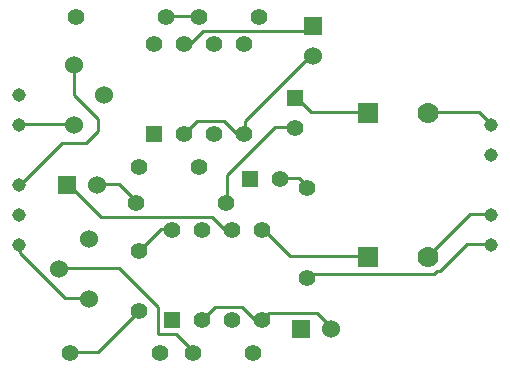
<source format=gbl>
G04 (created by PCBNEW (2013-may-18)-stable) date Wed 23 Dec 2015 08:07:30 PM EST*
%MOIN*%
G04 Gerber Fmt 3.4, Leading zero omitted, Abs format*
%FSLAX34Y34*%
G01*
G70*
G90*
G04 APERTURE LIST*
%ADD10C,0.00590551*%
%ADD11C,0.055*%
%ADD12R,0.055X0.055*%
%ADD13R,0.07X0.07*%
%ADD14C,0.07*%
%ADD15R,0.06X0.06*%
%ADD16C,0.06*%
%ADD17C,0.045*%
%ADD18C,0.01*%
G04 APERTURE END LIST*
G54D10*
G54D11*
X51650Y-41537D03*
X48650Y-41537D03*
X46650Y-35337D03*
X49650Y-35337D03*
X49450Y-46537D03*
X46450Y-46537D03*
X54350Y-41037D03*
X54350Y-44037D03*
X48750Y-43137D03*
X48750Y-45137D03*
X52750Y-35337D03*
X50750Y-35337D03*
G54D12*
X49250Y-39237D03*
G54D11*
X50250Y-39237D03*
X51250Y-39237D03*
X52250Y-39237D03*
X52250Y-36237D03*
X51250Y-36237D03*
X50250Y-36237D03*
X49250Y-36237D03*
G54D12*
X49850Y-45437D03*
G54D11*
X50850Y-45437D03*
X51850Y-45437D03*
X52850Y-45437D03*
X52850Y-42437D03*
X51850Y-42437D03*
X50850Y-42437D03*
X49850Y-42437D03*
G54D13*
X56400Y-43337D03*
G54D14*
X58400Y-43337D03*
G54D13*
X56400Y-38537D03*
G54D14*
X58400Y-38537D03*
G54D15*
X46350Y-40937D03*
G54D16*
X47350Y-40937D03*
X46600Y-36937D03*
X47600Y-37937D03*
X46600Y-38937D03*
X47100Y-44737D03*
X46100Y-43737D03*
X47100Y-42737D03*
G54D11*
X48750Y-40337D03*
X50750Y-40337D03*
X50550Y-46537D03*
X52550Y-46537D03*
G54D12*
X52450Y-40737D03*
G54D11*
X53450Y-40737D03*
G54D12*
X53950Y-38037D03*
G54D11*
X53950Y-39037D03*
G54D15*
X54150Y-45737D03*
G54D16*
X55150Y-45737D03*
G54D15*
X54550Y-35637D03*
G54D16*
X54550Y-36637D03*
G54D17*
X60500Y-38937D03*
X44750Y-40937D03*
X44750Y-42937D03*
X60500Y-41937D03*
X60500Y-42937D03*
X44750Y-37937D03*
X44750Y-41937D03*
X60500Y-39937D03*
X44750Y-38937D03*
G54D18*
X46350Y-40937D02*
X46400Y-40900D01*
X46400Y-40900D02*
X47500Y-42000D01*
X47500Y-42000D02*
X51200Y-42000D01*
X51200Y-42000D02*
X51600Y-42400D01*
X51600Y-42400D02*
X51900Y-42400D01*
X51900Y-42400D02*
X51850Y-42437D01*
X52250Y-39237D02*
X52300Y-39200D01*
X52300Y-39200D02*
X52300Y-38800D01*
X52300Y-38800D02*
X54500Y-36600D01*
X54500Y-36600D02*
X54600Y-36600D01*
X54600Y-36600D02*
X54550Y-36637D01*
X54350Y-44037D02*
X54400Y-44000D01*
X54400Y-44000D02*
X54500Y-43900D01*
X54500Y-43900D02*
X58600Y-43900D01*
X58600Y-43900D02*
X58700Y-43800D01*
X58700Y-43800D02*
X58800Y-43800D01*
X58800Y-43800D02*
X59700Y-42900D01*
X59700Y-42900D02*
X60500Y-42900D01*
X60500Y-42900D02*
X60500Y-42937D01*
X48650Y-41537D02*
X48700Y-41500D01*
X48700Y-41500D02*
X48100Y-40900D01*
X48100Y-40900D02*
X47400Y-40900D01*
X47400Y-40900D02*
X47350Y-40937D01*
X52850Y-45437D02*
X52900Y-45400D01*
X52900Y-45400D02*
X53100Y-45200D01*
X53100Y-45200D02*
X54700Y-45200D01*
X54700Y-45200D02*
X55200Y-45700D01*
X55200Y-45700D02*
X55150Y-45737D01*
X50850Y-45437D02*
X50900Y-45400D01*
X50900Y-45400D02*
X51300Y-45000D01*
X51300Y-45000D02*
X52200Y-45000D01*
X52200Y-45000D02*
X52600Y-45400D01*
X52600Y-45400D02*
X52900Y-45400D01*
X52900Y-45400D02*
X52850Y-45437D01*
X50250Y-39237D02*
X50300Y-39200D01*
X50300Y-39200D02*
X50700Y-38800D01*
X50700Y-38800D02*
X51600Y-38800D01*
X51600Y-38800D02*
X52000Y-39200D01*
X52000Y-39200D02*
X52300Y-39200D01*
X52300Y-39200D02*
X52250Y-39237D01*
X46600Y-38937D02*
X46600Y-38900D01*
X46600Y-38900D02*
X44800Y-38900D01*
X44800Y-38900D02*
X44750Y-38937D01*
X44750Y-42937D02*
X44800Y-42900D01*
X44800Y-42900D02*
X44800Y-43200D01*
X44800Y-43200D02*
X46300Y-44700D01*
X46300Y-44700D02*
X47100Y-44700D01*
X47100Y-44700D02*
X47100Y-44737D01*
X51650Y-41537D02*
X51700Y-41500D01*
X51700Y-41500D02*
X51700Y-40600D01*
X51700Y-40600D02*
X53300Y-39000D01*
X53300Y-39000D02*
X54000Y-39000D01*
X54000Y-39000D02*
X53950Y-39037D01*
X60500Y-38937D02*
X60500Y-38900D01*
X60500Y-38900D02*
X60100Y-38500D01*
X60100Y-38500D02*
X58400Y-38500D01*
X58400Y-38500D02*
X58400Y-38537D01*
X49650Y-35337D02*
X49700Y-35300D01*
X49700Y-35300D02*
X50800Y-35300D01*
X50800Y-35300D02*
X50750Y-35337D01*
X58400Y-43337D02*
X58400Y-43300D01*
X58400Y-43300D02*
X59800Y-41900D01*
X59800Y-41900D02*
X60500Y-41900D01*
X60500Y-41900D02*
X60500Y-41937D01*
X48750Y-43137D02*
X48800Y-43100D01*
X48800Y-43100D02*
X49500Y-42400D01*
X49500Y-42400D02*
X49900Y-42400D01*
X49900Y-42400D02*
X49850Y-42437D01*
X52850Y-42437D02*
X52900Y-42400D01*
X52900Y-42400D02*
X53800Y-43300D01*
X53800Y-43300D02*
X56400Y-43300D01*
X56400Y-43300D02*
X56400Y-43337D01*
X53950Y-38037D02*
X54000Y-38000D01*
X54000Y-38000D02*
X54500Y-38500D01*
X54500Y-38500D02*
X56400Y-38500D01*
X56400Y-38500D02*
X56400Y-38537D01*
X48750Y-45137D02*
X48800Y-45100D01*
X48800Y-45100D02*
X47400Y-46500D01*
X47400Y-46500D02*
X46500Y-46500D01*
X46500Y-46500D02*
X46450Y-46537D01*
X54350Y-41037D02*
X54400Y-41000D01*
X54400Y-41000D02*
X54100Y-40700D01*
X54100Y-40700D02*
X53500Y-40700D01*
X53500Y-40700D02*
X53450Y-40737D01*
X54550Y-35637D02*
X54600Y-35600D01*
X54600Y-35600D02*
X54400Y-35800D01*
X54400Y-35800D02*
X50900Y-35800D01*
X50900Y-35800D02*
X50500Y-36200D01*
X50500Y-36200D02*
X50300Y-36200D01*
X50300Y-36200D02*
X50250Y-36237D01*
X44750Y-40937D02*
X44800Y-40937D01*
X46600Y-37937D02*
X46600Y-36937D01*
X47400Y-38737D02*
X46600Y-37937D01*
X47400Y-39137D02*
X47400Y-38737D01*
X47000Y-39537D02*
X47400Y-39137D01*
X46200Y-39537D02*
X47000Y-39537D01*
X44800Y-40937D02*
X46200Y-39537D01*
X50550Y-46537D02*
X50600Y-46500D01*
X50600Y-46500D02*
X50000Y-45900D01*
X50000Y-45900D02*
X49400Y-45900D01*
X49400Y-45900D02*
X49400Y-45000D01*
X49400Y-45000D02*
X48100Y-43700D01*
X48100Y-43700D02*
X46100Y-43700D01*
X46100Y-43700D02*
X46100Y-43737D01*
M02*

</source>
